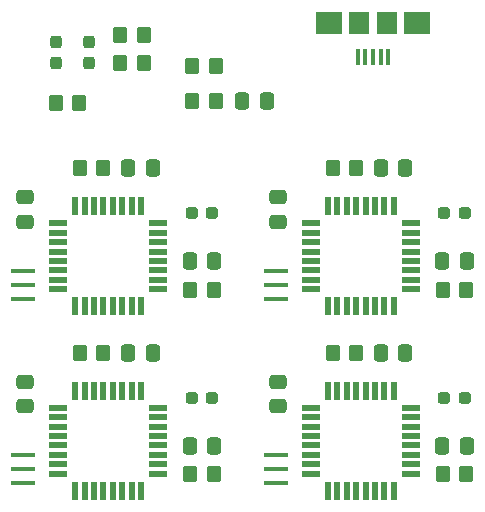
<source format=gbr>
%TF.GenerationSoftware,KiCad,Pcbnew,(6.0.4)*%
%TF.CreationDate,2022-04-04T02:45:16+02:00*%
%TF.ProjectId,DUINO,4455494e-4f2e-46b6-9963-61645f706362,rev?*%
%TF.SameCoordinates,Original*%
%TF.FileFunction,Paste,Top*%
%TF.FilePolarity,Positive*%
%FSLAX46Y46*%
G04 Gerber Fmt 4.6, Leading zero omitted, Abs format (unit mm)*
G04 Created by KiCad (PCBNEW (6.0.4)) date 2022-04-04 02:45:16*
%MOMM*%
%LPD*%
G01*
G04 APERTURE LIST*
G04 Aperture macros list*
%AMRoundRect*
0 Rectangle with rounded corners*
0 $1 Rounding radius*
0 $2 $3 $4 $5 $6 $7 $8 $9 X,Y pos of 4 corners*
0 Add a 4 corners polygon primitive as box body*
4,1,4,$2,$3,$4,$5,$6,$7,$8,$9,$2,$3,0*
0 Add four circle primitives for the rounded corners*
1,1,$1+$1,$2,$3*
1,1,$1+$1,$4,$5*
1,1,$1+$1,$6,$7*
1,1,$1+$1,$8,$9*
0 Add four rect primitives between the rounded corners*
20,1,$1+$1,$2,$3,$4,$5,0*
20,1,$1+$1,$4,$5,$6,$7,0*
20,1,$1+$1,$6,$7,$8,$9,0*
20,1,$1+$1,$8,$9,$2,$3,0*%
G04 Aperture macros list end*
%ADD10RoundRect,0.250000X0.337500X0.475000X-0.337500X0.475000X-0.337500X-0.475000X0.337500X-0.475000X0*%
%ADD11RoundRect,0.250000X0.475000X-0.337500X0.475000X0.337500X-0.475000X0.337500X-0.475000X-0.337500X0*%
%ADD12RoundRect,0.250000X-0.337500X-0.475000X0.337500X-0.475000X0.337500X0.475000X-0.337500X0.475000X0*%
%ADD13RoundRect,0.237500X0.287500X0.237500X-0.287500X0.237500X-0.287500X-0.237500X0.287500X-0.237500X0*%
%ADD14RoundRect,0.237500X0.237500X-0.287500X0.237500X0.287500X-0.237500X0.287500X-0.237500X-0.287500X0*%
%ADD15R,1.500000X0.600000*%
%ADD16R,0.600000X1.500000*%
%ADD17R,0.400000X1.400000*%
%ADD18R,2.300000X1.900000*%
%ADD19R,1.800000X1.900000*%
%ADD20RoundRect,0.250000X-0.350000X-0.450000X0.350000X-0.450000X0.350000X0.450000X-0.350000X0.450000X0*%
%ADD21RoundRect,0.250000X0.350000X0.450000X-0.350000X0.450000X-0.350000X-0.450000X0.350000X-0.450000X0*%
%ADD22R,2.000000X0.400000*%
G04 APERTURE END LIST*
D10*
%TO.C,C6*%
X167720000Y-119408000D03*
X165645000Y-119408000D03*
%TD*%
%TO.C,C7*%
X189119500Y-119408000D03*
X187044500Y-119408000D03*
%TD*%
%TO.C,C8*%
X167725000Y-103787000D03*
X165650000Y-103787000D03*
%TD*%
%TO.C,C9*%
X189119500Y-103787000D03*
X187044500Y-103787000D03*
%TD*%
D11*
%TO.C,C10*%
X156903500Y-123938000D03*
X156903500Y-121863000D03*
%TD*%
%TO.C,C11*%
X178303000Y-123938000D03*
X178303000Y-121863000D03*
%TD*%
%TO.C,C12*%
X156903500Y-108317000D03*
X156903500Y-106242000D03*
%TD*%
%TO.C,C13*%
X178303000Y-108317000D03*
X178303000Y-106242000D03*
%TD*%
D12*
%TO.C,C14*%
X170852000Y-127282000D03*
X172927000Y-127282000D03*
%TD*%
%TO.C,C15*%
X192251500Y-127282000D03*
X194326500Y-127282000D03*
%TD*%
%TO.C,C16*%
X170852000Y-111661000D03*
X172927000Y-111661000D03*
%TD*%
%TO.C,C17*%
X192251500Y-111661000D03*
X194326500Y-111661000D03*
%TD*%
D10*
%TO.C,C19*%
X177377000Y-98044000D03*
X175302000Y-98044000D03*
%TD*%
D13*
%TO.C,D9*%
X172764500Y-123218000D03*
X171014500Y-123218000D03*
%TD*%
%TO.C,D10*%
X194164000Y-123218000D03*
X192414000Y-123218000D03*
%TD*%
%TO.C,D11*%
X172764500Y-107597000D03*
X171014500Y-107597000D03*
%TD*%
%TO.C,D12*%
X194164000Y-107597000D03*
X192414000Y-107597000D03*
%TD*%
D14*
%TO.C,D13*%
X162306000Y-94855000D03*
X162306000Y-93105000D03*
%TD*%
%TO.C,D17*%
X159512000Y-94855000D03*
X159512000Y-93105000D03*
%TD*%
D15*
%TO.C,IC1*%
X159702000Y-124037500D03*
X159702000Y-124837500D03*
X159702000Y-125637500D03*
X159702000Y-126437500D03*
X159702000Y-127237500D03*
X159702000Y-128037500D03*
X159702000Y-128837500D03*
X159702000Y-129637500D03*
D16*
X161152000Y-131087500D03*
X161952000Y-131087500D03*
X162752000Y-131087500D03*
X163552000Y-131087500D03*
X164352000Y-131087500D03*
X165152000Y-131087500D03*
X165952000Y-131087500D03*
X166752000Y-131087500D03*
D15*
X168202000Y-129637500D03*
X168202000Y-128837500D03*
X168202000Y-128037500D03*
X168202000Y-127237500D03*
X168202000Y-126437500D03*
X168202000Y-125637500D03*
X168202000Y-124837500D03*
X168202000Y-124037500D03*
D16*
X166752000Y-122587500D03*
X165952000Y-122587500D03*
X165152000Y-122587500D03*
X164352000Y-122587500D03*
X163552000Y-122587500D03*
X162752000Y-122587500D03*
X161952000Y-122587500D03*
X161152000Y-122587500D03*
%TD*%
%TO.C,IC2*%
X182551500Y-122587500D03*
X183351500Y-122587500D03*
X184151500Y-122587500D03*
X184951500Y-122587500D03*
X185751500Y-122587500D03*
X186551500Y-122587500D03*
X187351500Y-122587500D03*
X188151500Y-122587500D03*
D15*
X189601500Y-124037500D03*
X189601500Y-124837500D03*
X189601500Y-125637500D03*
X189601500Y-126437500D03*
X189601500Y-127237500D03*
X189601500Y-128037500D03*
X189601500Y-128837500D03*
X189601500Y-129637500D03*
D16*
X188151500Y-131087500D03*
X187351500Y-131087500D03*
X186551500Y-131087500D03*
X185751500Y-131087500D03*
X184951500Y-131087500D03*
X184151500Y-131087500D03*
X183351500Y-131087500D03*
X182551500Y-131087500D03*
D15*
X181101500Y-129637500D03*
X181101500Y-128837500D03*
X181101500Y-128037500D03*
X181101500Y-127237500D03*
X181101500Y-126437500D03*
X181101500Y-125637500D03*
X181101500Y-124837500D03*
X181101500Y-124037500D03*
%TD*%
%TO.C,IC4*%
X181101500Y-108416500D03*
X181101500Y-109216500D03*
X181101500Y-110016500D03*
X181101500Y-110816500D03*
X181101500Y-111616500D03*
X181101500Y-112416500D03*
X181101500Y-113216500D03*
X181101500Y-114016500D03*
D16*
X182551500Y-115466500D03*
X183351500Y-115466500D03*
X184151500Y-115466500D03*
X184951500Y-115466500D03*
X185751500Y-115466500D03*
X186551500Y-115466500D03*
X187351500Y-115466500D03*
X188151500Y-115466500D03*
D15*
X189601500Y-114016500D03*
X189601500Y-113216500D03*
X189601500Y-112416500D03*
X189601500Y-111616500D03*
X189601500Y-110816500D03*
X189601500Y-110016500D03*
X189601500Y-109216500D03*
X189601500Y-108416500D03*
D16*
X188151500Y-106966500D03*
X187351500Y-106966500D03*
X186551500Y-106966500D03*
X185751500Y-106966500D03*
X184951500Y-106966500D03*
X184151500Y-106966500D03*
X183351500Y-106966500D03*
X182551500Y-106966500D03*
%TD*%
D17*
%TO.C,J1*%
X187672500Y-94323500D03*
X187022500Y-94323500D03*
X186372500Y-94323500D03*
X185722500Y-94323500D03*
X185072500Y-94323500D03*
D18*
X190122500Y-91473500D03*
D19*
X185222500Y-91473500D03*
D18*
X182622500Y-91473500D03*
D19*
X187522500Y-91473500D03*
%TD*%
D20*
%TO.C,R17*%
X161555000Y-119408000D03*
X163555000Y-119408000D03*
%TD*%
%TO.C,R18*%
X182954500Y-119408000D03*
X184954500Y-119408000D03*
%TD*%
%TO.C,R19*%
X161555000Y-103787000D03*
X163555000Y-103787000D03*
%TD*%
%TO.C,R20*%
X182954500Y-103787000D03*
X184954500Y-103787000D03*
%TD*%
D21*
%TO.C,R21*%
X172889500Y-129695000D03*
X170889500Y-129695000D03*
%TD*%
%TO.C,R22*%
X194289000Y-129695000D03*
X192289000Y-129695000D03*
%TD*%
%TO.C,R23*%
X172889500Y-114074000D03*
X170889500Y-114074000D03*
%TD*%
%TO.C,R24*%
X194289000Y-114074000D03*
X192289000Y-114074000D03*
%TD*%
%TO.C,R25*%
X173085000Y-95123000D03*
X171085000Y-95123000D03*
%TD*%
D20*
%TO.C,R26*%
X171085000Y-98044000D03*
X173085000Y-98044000D03*
%TD*%
%TO.C,R27*%
X164989000Y-94869000D03*
X166989000Y-94869000D03*
%TD*%
%TO.C,R28*%
X164989000Y-92456000D03*
X166989000Y-92456000D03*
%TD*%
%TO.C,R30*%
X159528000Y-98234500D03*
X161528000Y-98234500D03*
%TD*%
D22*
%TO.C,Y1*%
X156776500Y-128050500D03*
X156776500Y-129250500D03*
X156776500Y-130450500D03*
%TD*%
%TO.C,Y2*%
X178176000Y-128050500D03*
X178176000Y-129250500D03*
X178176000Y-130450500D03*
%TD*%
%TO.C,Y3*%
X156776500Y-112429500D03*
X156776500Y-113629500D03*
X156776500Y-114829500D03*
%TD*%
%TO.C,Y4*%
X178176000Y-112429500D03*
X178176000Y-113629500D03*
X178176000Y-114829500D03*
%TD*%
D15*
%TO.C,IC3*%
X159702000Y-108416500D03*
X159702000Y-109216500D03*
X159702000Y-110016500D03*
X159702000Y-110816500D03*
X159702000Y-111616500D03*
X159702000Y-112416500D03*
X159702000Y-113216500D03*
X159702000Y-114016500D03*
D16*
X161152000Y-115466500D03*
X161952000Y-115466500D03*
X162752000Y-115466500D03*
X163552000Y-115466500D03*
X164352000Y-115466500D03*
X165152000Y-115466500D03*
X165952000Y-115466500D03*
X166752000Y-115466500D03*
D15*
X168202000Y-114016500D03*
X168202000Y-113216500D03*
X168202000Y-112416500D03*
X168202000Y-111616500D03*
X168202000Y-110816500D03*
X168202000Y-110016500D03*
X168202000Y-109216500D03*
X168202000Y-108416500D03*
D16*
X166752000Y-106966500D03*
X165952000Y-106966500D03*
X165152000Y-106966500D03*
X164352000Y-106966500D03*
X163552000Y-106966500D03*
X162752000Y-106966500D03*
X161952000Y-106966500D03*
X161152000Y-106966500D03*
%TD*%
M02*

</source>
